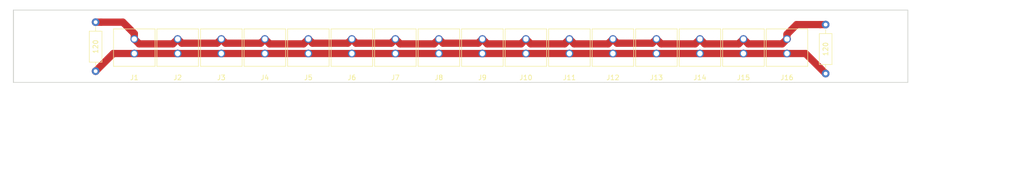
<source format=kicad_pcb>
(kicad_pcb (version 20171130) (host pcbnew "(2018-02-08 revision b04b1dc)-master")

  (general
    (thickness 1.6)
    (drawings 6)
    (tracks 87)
    (zones 0)
    (modules 24)
    (nets 3)
  )

  (page A4)
  (title_block
    (title "CAN Bus Hub 16")
    (date 2018-02-10)
    (rev 1)
  )

  (layers
    (0 F.Cu signal)
    (31 B.Cu signal)
    (32 B.Adhes user)
    (33 F.Adhes user)
    (34 B.Paste user)
    (35 F.Paste user)
    (36 B.SilkS user)
    (37 F.SilkS user)
    (38 B.Mask user)
    (39 F.Mask user)
    (40 Dwgs.User user)
    (41 Cmts.User user)
    (42 Eco1.User user)
    (43 Eco2.User user)
    (44 Edge.Cuts user)
    (45 Margin user)
    (46 B.CrtYd user)
    (47 F.CrtYd user)
    (48 B.Fab user)
    (49 F.Fab user)
  )

  (setup
    (last_trace_width 1.5)
    (trace_clearance 0.5)
    (zone_clearance 0.508)
    (zone_45_only no)
    (trace_min 0.2)
    (segment_width 0.2)
    (edge_width 0.15)
    (via_size 0.8)
    (via_drill 0.4)
    (via_min_size 0.4)
    (via_min_drill 0.3)
    (uvia_size 0.3)
    (uvia_drill 0.1)
    (uvias_allowed no)
    (uvia_min_size 0.2)
    (uvia_min_drill 0.1)
    (pcb_text_width 0.3)
    (pcb_text_size 1.5 1.5)
    (mod_edge_width 0.15)
    (mod_text_size 1 1)
    (mod_text_width 0.15)
    (pad_size 1.524 1.524)
    (pad_drill 0.762)
    (pad_to_mask_clearance 0.2)
    (aux_axis_origin 0 0)
    (visible_elements FFFFFF7F)
    (pcbplotparams
      (layerselection 0x010fc_ffffffff)
      (usegerberextensions false)
      (usegerberattributes false)
      (usegerberadvancedattributes false)
      (creategerberjobfile false)
      (excludeedgelayer true)
      (linewidth 0.100000)
      (plotframeref false)
      (viasonmask false)
      (mode 1)
      (useauxorigin false)
      (hpglpennumber 1)
      (hpglpenspeed 20)
      (hpglpendiameter 15)
      (psnegative false)
      (psa4output false)
      (plotreference true)
      (plotvalue true)
      (plotinvisibletext false)
      (padsonsilk false)
      (subtractmaskfromsilk false)
      (outputformat 1)
      (mirror false)
      (drillshape 0)
      (scaleselection 1)
      (outputdirectory "../CAN Bus Hub 16 Gerber/"))
  )

  (net 0 "")
  (net 1 "Net-(J1-Pad2)")
  (net 2 "Net-(J1-Pad1)")

  (net_class Default "This is the default net class."
    (clearance 0.5)
    (trace_width 1.5)
    (via_dia 0.8)
    (via_drill 0.4)
    (uvia_dia 0.3)
    (uvia_drill 0.1)
    (add_net "Net-(J1-Pad1)")
    (add_net "Net-(J1-Pad2)")
  )

  (module Resistors_THT:R_Axial_DIN0207_L6.3mm_D2.5mm_P10.16mm_Horizontal (layer F.Cu) (tedit 5A7FBC52) (tstamp 5A8176A7)
    (at 223 71 270)
    (descr "Resistor, Axial_DIN0207 series, Axial, Horizontal, pin pitch=10.16mm, 0.25W = 1/4W, length*diameter=6.3*2.5mm^2, http://cdn-reichelt.de/documents/datenblatt/B400/1_4W%23YAG.pdf")
    (tags "Resistor Axial_DIN0207 series Axial Horizontal pin pitch 10.16mm 0.25W = 1/4W length 6.3mm diameter 2.5mm")
    (path /5A8087FE)
    (fp_text reference R2 (at 5.08 -2.31 270) (layer F.SilkS) hide
      (effects (font (size 1 1) (thickness 0.15)))
    )
    (fp_text value 120 (at 5.08 0 270) (layer F.SilkS)
      (effects (font (size 1 1) (thickness 0.15)))
    )
    (fp_line (start 1.93 -1.25) (end 1.93 1.25) (layer F.Fab) (width 0.1))
    (fp_line (start 1.93 1.25) (end 8.23 1.25) (layer F.Fab) (width 0.1))
    (fp_line (start 8.23 1.25) (end 8.23 -1.25) (layer F.Fab) (width 0.1))
    (fp_line (start 8.23 -1.25) (end 1.93 -1.25) (layer F.Fab) (width 0.1))
    (fp_line (start 0 0) (end 1.93 0) (layer F.Fab) (width 0.1))
    (fp_line (start 10.16 0) (end 8.23 0) (layer F.Fab) (width 0.1))
    (fp_line (start 1.87 -1.31) (end 1.87 1.31) (layer F.SilkS) (width 0.12))
    (fp_line (start 1.87 1.31) (end 8.29 1.31) (layer F.SilkS) (width 0.12))
    (fp_line (start 8.29 1.31) (end 8.29 -1.31) (layer F.SilkS) (width 0.12))
    (fp_line (start 8.29 -1.31) (end 1.87 -1.31) (layer F.SilkS) (width 0.12))
    (fp_line (start 0.98 0) (end 1.87 0) (layer F.SilkS) (width 0.12))
    (fp_line (start 9.18 0) (end 8.29 0) (layer F.SilkS) (width 0.12))
    (fp_line (start -1.05 -1.6) (end -1.05 1.6) (layer F.CrtYd) (width 0.05))
    (fp_line (start -1.05 1.6) (end 11.25 1.6) (layer F.CrtYd) (width 0.05))
    (fp_line (start 11.25 1.6) (end 11.25 -1.6) (layer F.CrtYd) (width 0.05))
    (fp_line (start 11.25 -1.6) (end -1.05 -1.6) (layer F.CrtYd) (width 0.05))
    (pad 1 thru_hole circle (at 0 0 270) (size 1.6 1.6) (drill 0.8) (layers *.Cu *.Mask)
      (net 1 "Net-(J1-Pad2)"))
    (pad 2 thru_hole oval (at 10.16 0 270) (size 1.6 1.6) (drill 0.8) (layers *.Cu *.Mask)
      (net 2 "Net-(J1-Pad1)"))
    (model ${KISYS3DMOD}/Resistors_THT.3dshapes/R_Axial_DIN0207_L6.3mm_D2.5mm_P10.16mm_Horizontal.wrl
      (at (xyz 0 0 0))
      (scale (xyz 0.393701 0.393701 0.393701))
      (rotate (xyz 0 0 0))
    )
  )

  (module Connectors_Molex:Molex_Microfit3_Header_02x01_Straight_43045-0228 (layer F.Cu) (tedit 55B722EF) (tstamp 5A807F6B)
    (at 80 77)
    (descr "Microfit3 Header Straight 02x01 43045-0228")
    (tags "connector Microfit 02x01 header straight 3mm")
    (path /5A7F9FC2)
    (fp_text reference J1 (at 0 5) (layer F.SilkS)
      (effects (font (size 1 1) (thickness 0.15)))
    )
    (fp_text value Conn_01x02 (at 0 -7) (layer F.Fab)
      (effects (font (size 1 1) (thickness 0.15)))
    )
    (fp_line (start 4.3 -5.1) (end -4.3 -5.1) (layer F.SilkS) (width 0.12))
    (fp_line (start 4.3 2.65) (end -4.3 2.65) (layer F.SilkS) (width 0.12))
    (fp_line (start -4.3 2.65) (end -4.3 -5.1) (layer F.SilkS) (width 0.12))
    (fp_line (start 4.3 2.65) (end 4.3 -5.1) (layer F.SilkS) (width 0.12))
    (fp_line (start 4.5 -5.3) (end -4.5 -5.3) (layer F.CrtYd) (width 0.05))
    (fp_line (start -4.5 2.85) (end -4.5 -5.3) (layer F.CrtYd) (width 0.05))
    (fp_line (start 4.5 2.85) (end -4.5 2.85) (layer F.CrtYd) (width 0.05))
    (fp_line (start 4.5 2.85) (end 4.5 -5.3) (layer F.CrtYd) (width 0.05))
    (pad "" np_thru_hole circle (at 3 -3.94) (size 1.1 1.1) (drill 1.1) (layers *.Cu *.Mask))
    (pad 2 thru_hole circle (at 0 -3) (size 1.6 1.6) (drill 1.1) (layers *.Cu *.Mask)
      (net 1 "Net-(J1-Pad2)"))
    (pad 1 thru_hole circle (at 0 0) (size 1.6 1.6) (drill 1.1) (layers *.Cu *.Mask)
      (net 2 "Net-(J1-Pad1)"))
    (pad "" np_thru_hole circle (at -3 -4) (size 1.1 1.1) (drill 1.1) (layers *.Cu *.Mask))
    (model ${KISYS3DMOD}/Connectors_Molex.3dshapes/Molex_Microfit3_Header_02x01_Straight_43045-0228.wrl
      (at (xyz 0 0 0))
      (scale (xyz 1 1 1))
      (rotate (xyz 0 0 0))
    )
  )

  (module Connectors_Molex:Molex_Microfit3_Header_02x01_Straight_43045-0228 (layer F.Cu) (tedit 55B722EF) (tstamp 5A807F7B)
    (at 88.97 77)
    (descr "Microfit3 Header Straight 02x01 43045-0228")
    (tags "connector Microfit 02x01 header straight 3mm")
    (path /5A7FDEC4)
    (fp_text reference J2 (at 0 5) (layer F.SilkS)
      (effects (font (size 1 1) (thickness 0.15)))
    )
    (fp_text value Conn_01x02 (at 0 -7) (layer F.Fab)
      (effects (font (size 1 1) (thickness 0.15)))
    )
    (fp_line (start 4.5 2.85) (end 4.5 -5.3) (layer F.CrtYd) (width 0.05))
    (fp_line (start 4.5 2.85) (end -4.5 2.85) (layer F.CrtYd) (width 0.05))
    (fp_line (start -4.5 2.85) (end -4.5 -5.3) (layer F.CrtYd) (width 0.05))
    (fp_line (start 4.5 -5.3) (end -4.5 -5.3) (layer F.CrtYd) (width 0.05))
    (fp_line (start 4.3 2.65) (end 4.3 -5.1) (layer F.SilkS) (width 0.12))
    (fp_line (start -4.3 2.65) (end -4.3 -5.1) (layer F.SilkS) (width 0.12))
    (fp_line (start 4.3 2.65) (end -4.3 2.65) (layer F.SilkS) (width 0.12))
    (fp_line (start 4.3 -5.1) (end -4.3 -5.1) (layer F.SilkS) (width 0.12))
    (pad "" np_thru_hole circle (at -3 -4) (size 1.1 1.1) (drill 1.1) (layers *.Cu *.Mask))
    (pad 1 thru_hole circle (at 0 0) (size 1.6 1.6) (drill 1.1) (layers *.Cu *.Mask)
      (net 2 "Net-(J1-Pad1)"))
    (pad 2 thru_hole circle (at 0 -3) (size 1.6 1.6) (drill 1.1) (layers *.Cu *.Mask)
      (net 1 "Net-(J1-Pad2)"))
    (pad "" np_thru_hole circle (at 3 -3.94) (size 1.1 1.1) (drill 1.1) (layers *.Cu *.Mask))
    (model ${KISYS3DMOD}/Connectors_Molex.3dshapes/Molex_Microfit3_Header_02x01_Straight_43045-0228.wrl
      (at (xyz 0 0 0))
      (scale (xyz 1 1 1))
      (rotate (xyz 0 0 0))
    )
  )

  (module Connectors_Molex:Molex_Microfit3_Header_02x01_Straight_43045-0228 (layer F.Cu) (tedit 55B722EF) (tstamp 5A807F8B)
    (at 98 77)
    (descr "Microfit3 Header Straight 02x01 43045-0228")
    (tags "connector Microfit 02x01 header straight 3mm")
    (path /5A7FDEF8)
    (fp_text reference J3 (at 0 5) (layer F.SilkS)
      (effects (font (size 1 1) (thickness 0.15)))
    )
    (fp_text value Conn_01x02 (at 0 -7) (layer F.Fab)
      (effects (font (size 1 1) (thickness 0.15)))
    )
    (fp_line (start 4.3 -5.1) (end -4.3 -5.1) (layer F.SilkS) (width 0.12))
    (fp_line (start 4.3 2.65) (end -4.3 2.65) (layer F.SilkS) (width 0.12))
    (fp_line (start -4.3 2.65) (end -4.3 -5.1) (layer F.SilkS) (width 0.12))
    (fp_line (start 4.3 2.65) (end 4.3 -5.1) (layer F.SilkS) (width 0.12))
    (fp_line (start 4.5 -5.3) (end -4.5 -5.3) (layer F.CrtYd) (width 0.05))
    (fp_line (start -4.5 2.85) (end -4.5 -5.3) (layer F.CrtYd) (width 0.05))
    (fp_line (start 4.5 2.85) (end -4.5 2.85) (layer F.CrtYd) (width 0.05))
    (fp_line (start 4.5 2.85) (end 4.5 -5.3) (layer F.CrtYd) (width 0.05))
    (pad "" np_thru_hole circle (at 3 -3.94) (size 1.1 1.1) (drill 1.1) (layers *.Cu *.Mask))
    (pad 2 thru_hole circle (at 0 -3) (size 1.6 1.6) (drill 1.1) (layers *.Cu *.Mask)
      (net 1 "Net-(J1-Pad2)"))
    (pad 1 thru_hole circle (at 0 0) (size 1.6 1.6) (drill 1.1) (layers *.Cu *.Mask)
      (net 2 "Net-(J1-Pad1)"))
    (pad "" np_thru_hole circle (at -3 -4) (size 1.1 1.1) (drill 1.1) (layers *.Cu *.Mask))
    (model ${KISYS3DMOD}/Connectors_Molex.3dshapes/Molex_Microfit3_Header_02x01_Straight_43045-0228.wrl
      (at (xyz 0 0 0))
      (scale (xyz 1 1 1))
      (rotate (xyz 0 0 0))
    )
  )

  (module Connectors_Molex:Molex_Microfit3_Header_02x01_Straight_43045-0228 (layer F.Cu) (tedit 55B722EF) (tstamp 5A807F9B)
    (at 107 77)
    (descr "Microfit3 Header Straight 02x01 43045-0228")
    (tags "connector Microfit 02x01 header straight 3mm")
    (path /5A7FDF51)
    (fp_text reference J4 (at 0 5) (layer F.SilkS)
      (effects (font (size 1 1) (thickness 0.15)))
    )
    (fp_text value Conn_01x02 (at 0 -7) (layer F.Fab)
      (effects (font (size 1 1) (thickness 0.15)))
    )
    (fp_line (start 4.5 2.85) (end 4.5 -5.3) (layer F.CrtYd) (width 0.05))
    (fp_line (start 4.5 2.85) (end -4.5 2.85) (layer F.CrtYd) (width 0.05))
    (fp_line (start -4.5 2.85) (end -4.5 -5.3) (layer F.CrtYd) (width 0.05))
    (fp_line (start 4.5 -5.3) (end -4.5 -5.3) (layer F.CrtYd) (width 0.05))
    (fp_line (start 4.3 2.65) (end 4.3 -5.1) (layer F.SilkS) (width 0.12))
    (fp_line (start -4.3 2.65) (end -4.3 -5.1) (layer F.SilkS) (width 0.12))
    (fp_line (start 4.3 2.65) (end -4.3 2.65) (layer F.SilkS) (width 0.12))
    (fp_line (start 4.3 -5.1) (end -4.3 -5.1) (layer F.SilkS) (width 0.12))
    (pad "" np_thru_hole circle (at -3 -4) (size 1.1 1.1) (drill 1.1) (layers *.Cu *.Mask))
    (pad 1 thru_hole circle (at 0 0) (size 1.6 1.6) (drill 1.1) (layers *.Cu *.Mask)
      (net 2 "Net-(J1-Pad1)"))
    (pad 2 thru_hole circle (at 0 -3) (size 1.6 1.6) (drill 1.1) (layers *.Cu *.Mask)
      (net 1 "Net-(J1-Pad2)"))
    (pad "" np_thru_hole circle (at 3 -3.94) (size 1.1 1.1) (drill 1.1) (layers *.Cu *.Mask))
    (model ${KISYS3DMOD}/Connectors_Molex.3dshapes/Molex_Microfit3_Header_02x01_Straight_43045-0228.wrl
      (at (xyz 0 0 0))
      (scale (xyz 1 1 1))
      (rotate (xyz 0 0 0))
    )
  )

  (module Connectors_Molex:Molex_Microfit3_Header_02x01_Straight_43045-0228 (layer F.Cu) (tedit 55B722EF) (tstamp 5A807FAB)
    (at 116 77)
    (descr "Microfit3 Header Straight 02x01 43045-0228")
    (tags "connector Microfit 02x01 header straight 3mm")
    (path /5A7FDFD6)
    (fp_text reference J5 (at 0 5) (layer F.SilkS)
      (effects (font (size 1 1) (thickness 0.15)))
    )
    (fp_text value Conn_01x02 (at 0 -7) (layer F.Fab)
      (effects (font (size 1 1) (thickness 0.15)))
    )
    (fp_line (start 4.3 -5.1) (end -4.3 -5.1) (layer F.SilkS) (width 0.12))
    (fp_line (start 4.3 2.65) (end -4.3 2.65) (layer F.SilkS) (width 0.12))
    (fp_line (start -4.3 2.65) (end -4.3 -5.1) (layer F.SilkS) (width 0.12))
    (fp_line (start 4.3 2.65) (end 4.3 -5.1) (layer F.SilkS) (width 0.12))
    (fp_line (start 4.5 -5.3) (end -4.5 -5.3) (layer F.CrtYd) (width 0.05))
    (fp_line (start -4.5 2.85) (end -4.5 -5.3) (layer F.CrtYd) (width 0.05))
    (fp_line (start 4.5 2.85) (end -4.5 2.85) (layer F.CrtYd) (width 0.05))
    (fp_line (start 4.5 2.85) (end 4.5 -5.3) (layer F.CrtYd) (width 0.05))
    (pad "" np_thru_hole circle (at 3 -3.94) (size 1.1 1.1) (drill 1.1) (layers *.Cu *.Mask))
    (pad 2 thru_hole circle (at 0 -3) (size 1.6 1.6) (drill 1.1) (layers *.Cu *.Mask)
      (net 1 "Net-(J1-Pad2)"))
    (pad 1 thru_hole circle (at 0 0) (size 1.6 1.6) (drill 1.1) (layers *.Cu *.Mask)
      (net 2 "Net-(J1-Pad1)"))
    (pad "" np_thru_hole circle (at -3 -4) (size 1.1 1.1) (drill 1.1) (layers *.Cu *.Mask))
    (model ${KISYS3DMOD}/Connectors_Molex.3dshapes/Molex_Microfit3_Header_02x01_Straight_43045-0228.wrl
      (at (xyz 0 0 0))
      (scale (xyz 1 1 1))
      (rotate (xyz 0 0 0))
    )
  )

  (module Connectors_Molex:Molex_Microfit3_Header_02x01_Straight_43045-0228 (layer F.Cu) (tedit 55B722EF) (tstamp 5A807FBB)
    (at 125 77)
    (descr "Microfit3 Header Straight 02x01 43045-0228")
    (tags "connector Microfit 02x01 header straight 3mm")
    (path /5A7FE09E)
    (fp_text reference J6 (at 0 5) (layer F.SilkS)
      (effects (font (size 1 1) (thickness 0.15)))
    )
    (fp_text value Conn_01x02 (at 0 -7) (layer F.Fab)
      (effects (font (size 1 1) (thickness 0.15)))
    )
    (fp_line (start 4.5 2.85) (end 4.5 -5.3) (layer F.CrtYd) (width 0.05))
    (fp_line (start 4.5 2.85) (end -4.5 2.85) (layer F.CrtYd) (width 0.05))
    (fp_line (start -4.5 2.85) (end -4.5 -5.3) (layer F.CrtYd) (width 0.05))
    (fp_line (start 4.5 -5.3) (end -4.5 -5.3) (layer F.CrtYd) (width 0.05))
    (fp_line (start 4.3 2.65) (end 4.3 -5.1) (layer F.SilkS) (width 0.12))
    (fp_line (start -4.3 2.65) (end -4.3 -5.1) (layer F.SilkS) (width 0.12))
    (fp_line (start 4.3 2.65) (end -4.3 2.65) (layer F.SilkS) (width 0.12))
    (fp_line (start 4.3 -5.1) (end -4.3 -5.1) (layer F.SilkS) (width 0.12))
    (pad "" np_thru_hole circle (at -3 -4) (size 1.1 1.1) (drill 1.1) (layers *.Cu *.Mask))
    (pad 1 thru_hole circle (at 0 0) (size 1.6 1.6) (drill 1.1) (layers *.Cu *.Mask)
      (net 2 "Net-(J1-Pad1)"))
    (pad 2 thru_hole circle (at 0 -3) (size 1.6 1.6) (drill 1.1) (layers *.Cu *.Mask)
      (net 1 "Net-(J1-Pad2)"))
    (pad "" np_thru_hole circle (at 3 -3.94) (size 1.1 1.1) (drill 1.1) (layers *.Cu *.Mask))
    (model ${KISYS3DMOD}/Connectors_Molex.3dshapes/Molex_Microfit3_Header_02x01_Straight_43045-0228.wrl
      (at (xyz 0 0 0))
      (scale (xyz 1 1 1))
      (rotate (xyz 0 0 0))
    )
  )

  (module Connectors_Molex:Molex_Microfit3_Header_02x01_Straight_43045-0228 (layer F.Cu) (tedit 55B722EF) (tstamp 5A807FCB)
    (at 134 77)
    (descr "Microfit3 Header Straight 02x01 43045-0228")
    (tags "connector Microfit 02x01 header straight 3mm")
    (path /5A7FE1E7)
    (fp_text reference J7 (at 0 5) (layer F.SilkS)
      (effects (font (size 1 1) (thickness 0.15)))
    )
    (fp_text value Conn_01x02 (at 0 -7) (layer F.Fab)
      (effects (font (size 1 1) (thickness 0.15)))
    )
    (fp_line (start 4.3 -5.1) (end -4.3 -5.1) (layer F.SilkS) (width 0.12))
    (fp_line (start 4.3 2.65) (end -4.3 2.65) (layer F.SilkS) (width 0.12))
    (fp_line (start -4.3 2.65) (end -4.3 -5.1) (layer F.SilkS) (width 0.12))
    (fp_line (start 4.3 2.65) (end 4.3 -5.1) (layer F.SilkS) (width 0.12))
    (fp_line (start 4.5 -5.3) (end -4.5 -5.3) (layer F.CrtYd) (width 0.05))
    (fp_line (start -4.5 2.85) (end -4.5 -5.3) (layer F.CrtYd) (width 0.05))
    (fp_line (start 4.5 2.85) (end -4.5 2.85) (layer F.CrtYd) (width 0.05))
    (fp_line (start 4.5 2.85) (end 4.5 -5.3) (layer F.CrtYd) (width 0.05))
    (pad "" np_thru_hole circle (at 3 -3.94) (size 1.1 1.1) (drill 1.1) (layers *.Cu *.Mask))
    (pad 2 thru_hole circle (at 0 -3) (size 1.6 1.6) (drill 1.1) (layers *.Cu *.Mask)
      (net 1 "Net-(J1-Pad2)"))
    (pad 1 thru_hole circle (at 0 0) (size 1.6 1.6) (drill 1.1) (layers *.Cu *.Mask)
      (net 2 "Net-(J1-Pad1)"))
    (pad "" np_thru_hole circle (at -3 -4) (size 1.1 1.1) (drill 1.1) (layers *.Cu *.Mask))
    (model ${KISYS3DMOD}/Connectors_Molex.3dshapes/Molex_Microfit3_Header_02x01_Straight_43045-0228.wrl
      (at (xyz 0 0 0))
      (scale (xyz 1 1 1))
      (rotate (xyz 0 0 0))
    )
  )

  (module Connectors_Molex:Molex_Microfit3_Header_02x01_Straight_43045-0228 (layer F.Cu) (tedit 55B722EF) (tstamp 5A807FDB)
    (at 143 77)
    (descr "Microfit3 Header Straight 02x01 43045-0228")
    (tags "connector Microfit 02x01 header straight 3mm")
    (path /5A7FE360)
    (fp_text reference J8 (at 0 5) (layer F.SilkS)
      (effects (font (size 1 1) (thickness 0.15)))
    )
    (fp_text value Conn_01x02 (at 0 -7) (layer F.Fab)
      (effects (font (size 1 1) (thickness 0.15)))
    )
    (fp_line (start 4.5 2.85) (end 4.5 -5.3) (layer F.CrtYd) (width 0.05))
    (fp_line (start 4.5 2.85) (end -4.5 2.85) (layer F.CrtYd) (width 0.05))
    (fp_line (start -4.5 2.85) (end -4.5 -5.3) (layer F.CrtYd) (width 0.05))
    (fp_line (start 4.5 -5.3) (end -4.5 -5.3) (layer F.CrtYd) (width 0.05))
    (fp_line (start 4.3 2.65) (end 4.3 -5.1) (layer F.SilkS) (width 0.12))
    (fp_line (start -4.3 2.65) (end -4.3 -5.1) (layer F.SilkS) (width 0.12))
    (fp_line (start 4.3 2.65) (end -4.3 2.65) (layer F.SilkS) (width 0.12))
    (fp_line (start 4.3 -5.1) (end -4.3 -5.1) (layer F.SilkS) (width 0.12))
    (pad "" np_thru_hole circle (at -3 -4) (size 1.1 1.1) (drill 1.1) (layers *.Cu *.Mask))
    (pad 1 thru_hole circle (at 0 0) (size 1.6 1.6) (drill 1.1) (layers *.Cu *.Mask)
      (net 2 "Net-(J1-Pad1)"))
    (pad 2 thru_hole circle (at 0 -3) (size 1.6 1.6) (drill 1.1) (layers *.Cu *.Mask)
      (net 1 "Net-(J1-Pad2)"))
    (pad "" np_thru_hole circle (at 3 -3.94) (size 1.1 1.1) (drill 1.1) (layers *.Cu *.Mask))
    (model ${KISYS3DMOD}/Connectors_Molex.3dshapes/Molex_Microfit3_Header_02x01_Straight_43045-0228.wrl
      (at (xyz 0 0 0))
      (scale (xyz 1 1 1))
      (rotate (xyz 0 0 0))
    )
  )

  (module Connectors_Molex:Molex_Microfit3_Header_02x01_Straight_43045-0228 (layer F.Cu) (tedit 55B722EF) (tstamp 5A807FEB)
    (at 152 77)
    (descr "Microfit3 Header Straight 02x01 43045-0228")
    (tags "connector Microfit 02x01 header straight 3mm")
    (path /5A7FE54F)
    (fp_text reference J9 (at 0 5) (layer F.SilkS)
      (effects (font (size 1 1) (thickness 0.15)))
    )
    (fp_text value Conn_01x02 (at 0 -7) (layer F.Fab)
      (effects (font (size 1 1) (thickness 0.15)))
    )
    (fp_line (start 4.3 -5.1) (end -4.3 -5.1) (layer F.SilkS) (width 0.12))
    (fp_line (start 4.3 2.65) (end -4.3 2.65) (layer F.SilkS) (width 0.12))
    (fp_line (start -4.3 2.65) (end -4.3 -5.1) (layer F.SilkS) (width 0.12))
    (fp_line (start 4.3 2.65) (end 4.3 -5.1) (layer F.SilkS) (width 0.12))
    (fp_line (start 4.5 -5.3) (end -4.5 -5.3) (layer F.CrtYd) (width 0.05))
    (fp_line (start -4.5 2.85) (end -4.5 -5.3) (layer F.CrtYd) (width 0.05))
    (fp_line (start 4.5 2.85) (end -4.5 2.85) (layer F.CrtYd) (width 0.05))
    (fp_line (start 4.5 2.85) (end 4.5 -5.3) (layer F.CrtYd) (width 0.05))
    (pad "" np_thru_hole circle (at 3 -3.94) (size 1.1 1.1) (drill 1.1) (layers *.Cu *.Mask))
    (pad 2 thru_hole circle (at 0 -3) (size 1.6 1.6) (drill 1.1) (layers *.Cu *.Mask)
      (net 1 "Net-(J1-Pad2)"))
    (pad 1 thru_hole circle (at 0 0) (size 1.6 1.6) (drill 1.1) (layers *.Cu *.Mask)
      (net 2 "Net-(J1-Pad1)"))
    (pad "" np_thru_hole circle (at -3 -4) (size 1.1 1.1) (drill 1.1) (layers *.Cu *.Mask))
    (model ${KISYS3DMOD}/Connectors_Molex.3dshapes/Molex_Microfit3_Header_02x01_Straight_43045-0228.wrl
      (at (xyz 0 0 0))
      (scale (xyz 1 1 1))
      (rotate (xyz 0 0 0))
    )
  )

  (module Connectors_Molex:Molex_Microfit3_Header_02x01_Straight_43045-0228 (layer F.Cu) (tedit 55B722EF) (tstamp 5A807FFB)
    (at 161 77)
    (descr "Microfit3 Header Straight 02x01 43045-0228")
    (tags "connector Microfit 02x01 header straight 3mm")
    (path /5A7FE7C3)
    (fp_text reference J10 (at 0 5) (layer F.SilkS)
      (effects (font (size 1 1) (thickness 0.15)))
    )
    (fp_text value Conn_01x02 (at 0 -7) (layer F.Fab)
      (effects (font (size 1 1) (thickness 0.15)))
    )
    (fp_line (start 4.5 2.85) (end 4.5 -5.3) (layer F.CrtYd) (width 0.05))
    (fp_line (start 4.5 2.85) (end -4.5 2.85) (layer F.CrtYd) (width 0.05))
    (fp_line (start -4.5 2.85) (end -4.5 -5.3) (layer F.CrtYd) (width 0.05))
    (fp_line (start 4.5 -5.3) (end -4.5 -5.3) (layer F.CrtYd) (width 0.05))
    (fp_line (start 4.3 2.65) (end 4.3 -5.1) (layer F.SilkS) (width 0.12))
    (fp_line (start -4.3 2.65) (end -4.3 -5.1) (layer F.SilkS) (width 0.12))
    (fp_line (start 4.3 2.65) (end -4.3 2.65) (layer F.SilkS) (width 0.12))
    (fp_line (start 4.3 -5.1) (end -4.3 -5.1) (layer F.SilkS) (width 0.12))
    (pad "" np_thru_hole circle (at -3 -4) (size 1.1 1.1) (drill 1.1) (layers *.Cu *.Mask))
    (pad 1 thru_hole circle (at 0 0) (size 1.6 1.6) (drill 1.1) (layers *.Cu *.Mask)
      (net 2 "Net-(J1-Pad1)"))
    (pad 2 thru_hole circle (at 0 -3) (size 1.6 1.6) (drill 1.1) (layers *.Cu *.Mask)
      (net 1 "Net-(J1-Pad2)"))
    (pad "" np_thru_hole circle (at 3 -3.94) (size 1.1 1.1) (drill 1.1) (layers *.Cu *.Mask))
    (model ${KISYS3DMOD}/Connectors_Molex.3dshapes/Molex_Microfit3_Header_02x01_Straight_43045-0228.wrl
      (at (xyz 0 0 0))
      (scale (xyz 1 1 1))
      (rotate (xyz 0 0 0))
    )
  )

  (module Connectors_Molex:Molex_Microfit3_Header_02x01_Straight_43045-0228 (layer F.Cu) (tedit 55B722EF) (tstamp 5A80800B)
    (at 170 77)
    (descr "Microfit3 Header Straight 02x01 43045-0228")
    (tags "connector Microfit 02x01 header straight 3mm")
    (path /5A7FEABB)
    (fp_text reference J11 (at 0 5) (layer F.SilkS)
      (effects (font (size 1 1) (thickness 0.15)))
    )
    (fp_text value Conn_01x02 (at 0 -7) (layer F.Fab)
      (effects (font (size 1 1) (thickness 0.15)))
    )
    (fp_line (start 4.3 -5.1) (end -4.3 -5.1) (layer F.SilkS) (width 0.12))
    (fp_line (start 4.3 2.65) (end -4.3 2.65) (layer F.SilkS) (width 0.12))
    (fp_line (start -4.3 2.65) (end -4.3 -5.1) (layer F.SilkS) (width 0.12))
    (fp_line (start 4.3 2.65) (end 4.3 -5.1) (layer F.SilkS) (width 0.12))
    (fp_line (start 4.5 -5.3) (end -4.5 -5.3) (layer F.CrtYd) (width 0.05))
    (fp_line (start -4.5 2.85) (end -4.5 -5.3) (layer F.CrtYd) (width 0.05))
    (fp_line (start 4.5 2.85) (end -4.5 2.85) (layer F.CrtYd) (width 0.05))
    (fp_line (start 4.5 2.85) (end 4.5 -5.3) (layer F.CrtYd) (width 0.05))
    (pad "" np_thru_hole circle (at 3 -3.94) (size 1.1 1.1) (drill 1.1) (layers *.Cu *.Mask))
    (pad 2 thru_hole circle (at 0 -3) (size 1.6 1.6) (drill 1.1) (layers *.Cu *.Mask)
      (net 1 "Net-(J1-Pad2)"))
    (pad 1 thru_hole circle (at 0 0) (size 1.6 1.6) (drill 1.1) (layers *.Cu *.Mask)
      (net 2 "Net-(J1-Pad1)"))
    (pad "" np_thru_hole circle (at -3 -4) (size 1.1 1.1) (drill 1.1) (layers *.Cu *.Mask))
    (model ${KISYS3DMOD}/Connectors_Molex.3dshapes/Molex_Microfit3_Header_02x01_Straight_43045-0228.wrl
      (at (xyz 0 0 0))
      (scale (xyz 1 1 1))
      (rotate (xyz 0 0 0))
    )
  )

  (module Connectors_Molex:Molex_Microfit3_Header_02x01_Straight_43045-0228 (layer F.Cu) (tedit 55B722EF) (tstamp 5A80C178)
    (at 179 77)
    (descr "Microfit3 Header Straight 02x01 43045-0228")
    (tags "connector Microfit 02x01 header straight 3mm")
    (path /5A7FEE5F)
    (fp_text reference J12 (at 0 5) (layer F.SilkS)
      (effects (font (size 1 1) (thickness 0.15)))
    )
    (fp_text value Conn_01x02 (at 0 -7) (layer F.Fab)
      (effects (font (size 1 1) (thickness 0.15)))
    )
    (fp_line (start 4.3 -5.1) (end -4.3 -5.1) (layer F.SilkS) (width 0.12))
    (fp_line (start 4.3 2.65) (end -4.3 2.65) (layer F.SilkS) (width 0.12))
    (fp_line (start -4.3 2.65) (end -4.3 -5.1) (layer F.SilkS) (width 0.12))
    (fp_line (start 4.3 2.65) (end 4.3 -5.1) (layer F.SilkS) (width 0.12))
    (fp_line (start 4.5 -5.3) (end -4.5 -5.3) (layer F.CrtYd) (width 0.05))
    (fp_line (start -4.5 2.85) (end -4.5 -5.3) (layer F.CrtYd) (width 0.05))
    (fp_line (start 4.5 2.85) (end -4.5 2.85) (layer F.CrtYd) (width 0.05))
    (fp_line (start 4.5 2.85) (end 4.5 -5.3) (layer F.CrtYd) (width 0.05))
    (pad "" np_thru_hole circle (at 3 -3.94) (size 1.1 1.1) (drill 1.1) (layers *.Cu *.Mask))
    (pad 2 thru_hole circle (at 0 -3) (size 1.6 1.6) (drill 1.1) (layers *.Cu *.Mask)
      (net 1 "Net-(J1-Pad2)"))
    (pad 1 thru_hole circle (at 0 0) (size 1.6 1.6) (drill 1.1) (layers *.Cu *.Mask)
      (net 2 "Net-(J1-Pad1)"))
    (pad "" np_thru_hole circle (at -3 -4) (size 1.1 1.1) (drill 1.1) (layers *.Cu *.Mask))
    (model ${KISYS3DMOD}/Connectors_Molex.3dshapes/Molex_Microfit3_Header_02x01_Straight_43045-0228.wrl
      (at (xyz 0 0 0))
      (scale (xyz 1 1 1))
      (rotate (xyz 0 0 0))
    )
  )

  (module Connectors_Molex:Molex_Microfit3_Header_02x01_Straight_43045-0228 (layer F.Cu) (tedit 55B722EF) (tstamp 5A81762B)
    (at 188 77)
    (descr "Microfit3 Header Straight 02x01 43045-0228")
    (tags "connector Microfit 02x01 header straight 3mm")
    (path /5A802F3F)
    (fp_text reference J13 (at 0 5) (layer F.SilkS)
      (effects (font (size 1 1) (thickness 0.15)))
    )
    (fp_text value Conn_01x02 (at 0 -7) (layer F.Fab)
      (effects (font (size 1 1) (thickness 0.15)))
    )
    (fp_line (start 4.3 -5.1) (end -4.3 -5.1) (layer F.SilkS) (width 0.12))
    (fp_line (start 4.3 2.65) (end -4.3 2.65) (layer F.SilkS) (width 0.12))
    (fp_line (start -4.3 2.65) (end -4.3 -5.1) (layer F.SilkS) (width 0.12))
    (fp_line (start 4.3 2.65) (end 4.3 -5.1) (layer F.SilkS) (width 0.12))
    (fp_line (start 4.5 -5.3) (end -4.5 -5.3) (layer F.CrtYd) (width 0.05))
    (fp_line (start -4.5 2.85) (end -4.5 -5.3) (layer F.CrtYd) (width 0.05))
    (fp_line (start 4.5 2.85) (end -4.5 2.85) (layer F.CrtYd) (width 0.05))
    (fp_line (start 4.5 2.85) (end 4.5 -5.3) (layer F.CrtYd) (width 0.05))
    (pad "" np_thru_hole circle (at 3 -3.94) (size 1.1 1.1) (drill 1.1) (layers *.Cu *.Mask))
    (pad 2 thru_hole circle (at 0 -3) (size 1.6 1.6) (drill 1.1) (layers *.Cu *.Mask)
      (net 1 "Net-(J1-Pad2)"))
    (pad 1 thru_hole circle (at 0 0) (size 1.6 1.6) (drill 1.1) (layers *.Cu *.Mask)
      (net 2 "Net-(J1-Pad1)"))
    (pad "" np_thru_hole circle (at -3 -4) (size 1.1 1.1) (drill 1.1) (layers *.Cu *.Mask))
    (model ${KISYS3DMOD}/Connectors_Molex.3dshapes/Molex_Microfit3_Header_02x01_Straight_43045-0228.wrl
      (at (xyz 0 0 0))
      (scale (xyz 1 1 1))
      (rotate (xyz 0 0 0))
    )
  )

  (module Connectors_Molex:Molex_Microfit3_Header_02x01_Straight_43045-0228 (layer F.Cu) (tedit 55B722EF) (tstamp 5A81763B)
    (at 197 77)
    (descr "Microfit3 Header Straight 02x01 43045-0228")
    (tags "connector Microfit 02x01 header straight 3mm")
    (path /5A802F48)
    (fp_text reference J14 (at 0 5) (layer F.SilkS)
      (effects (font (size 1 1) (thickness 0.15)))
    )
    (fp_text value Conn_01x02 (at 0 -7) (layer F.Fab)
      (effects (font (size 1 1) (thickness 0.15)))
    )
    (fp_line (start 4.5 2.85) (end 4.5 -5.3) (layer F.CrtYd) (width 0.05))
    (fp_line (start 4.5 2.85) (end -4.5 2.85) (layer F.CrtYd) (width 0.05))
    (fp_line (start -4.5 2.85) (end -4.5 -5.3) (layer F.CrtYd) (width 0.05))
    (fp_line (start 4.5 -5.3) (end -4.5 -5.3) (layer F.CrtYd) (width 0.05))
    (fp_line (start 4.3 2.65) (end 4.3 -5.1) (layer F.SilkS) (width 0.12))
    (fp_line (start -4.3 2.65) (end -4.3 -5.1) (layer F.SilkS) (width 0.12))
    (fp_line (start 4.3 2.65) (end -4.3 2.65) (layer F.SilkS) (width 0.12))
    (fp_line (start 4.3 -5.1) (end -4.3 -5.1) (layer F.SilkS) (width 0.12))
    (pad "" np_thru_hole circle (at -3 -4) (size 1.1 1.1) (drill 1.1) (layers *.Cu *.Mask))
    (pad 1 thru_hole circle (at 0 0) (size 1.6 1.6) (drill 1.1) (layers *.Cu *.Mask)
      (net 2 "Net-(J1-Pad1)"))
    (pad 2 thru_hole circle (at 0 -3) (size 1.6 1.6) (drill 1.1) (layers *.Cu *.Mask)
      (net 1 "Net-(J1-Pad2)"))
    (pad "" np_thru_hole circle (at 3 -3.94) (size 1.1 1.1) (drill 1.1) (layers *.Cu *.Mask))
    (model ${KISYS3DMOD}/Connectors_Molex.3dshapes/Molex_Microfit3_Header_02x01_Straight_43045-0228.wrl
      (at (xyz 0 0 0))
      (scale (xyz 1 1 1))
      (rotate (xyz 0 0 0))
    )
  )

  (module Connectors_Molex:Molex_Microfit3_Header_02x01_Straight_43045-0228 (layer F.Cu) (tedit 55B722EF) (tstamp 5A81764B)
    (at 206 77)
    (descr "Microfit3 Header Straight 02x01 43045-0228")
    (tags "connector Microfit 02x01 header straight 3mm")
    (path /5A802F51)
    (fp_text reference J15 (at 0 5) (layer F.SilkS)
      (effects (font (size 1 1) (thickness 0.15)))
    )
    (fp_text value Conn_01x02 (at 0 -7) (layer F.Fab)
      (effects (font (size 1 1) (thickness 0.15)))
    )
    (fp_line (start 4.3 -5.1) (end -4.3 -5.1) (layer F.SilkS) (width 0.12))
    (fp_line (start 4.3 2.65) (end -4.3 2.65) (layer F.SilkS) (width 0.12))
    (fp_line (start -4.3 2.65) (end -4.3 -5.1) (layer F.SilkS) (width 0.12))
    (fp_line (start 4.3 2.65) (end 4.3 -5.1) (layer F.SilkS) (width 0.12))
    (fp_line (start 4.5 -5.3) (end -4.5 -5.3) (layer F.CrtYd) (width 0.05))
    (fp_line (start -4.5 2.85) (end -4.5 -5.3) (layer F.CrtYd) (width 0.05))
    (fp_line (start 4.5 2.85) (end -4.5 2.85) (layer F.CrtYd) (width 0.05))
    (fp_line (start 4.5 2.85) (end 4.5 -5.3) (layer F.CrtYd) (width 0.05))
    (pad "" np_thru_hole circle (at 3 -3.94) (size 1.1 1.1) (drill 1.1) (layers *.Cu *.Mask))
    (pad 2 thru_hole circle (at 0 -3) (size 1.6 1.6) (drill 1.1) (layers *.Cu *.Mask)
      (net 1 "Net-(J1-Pad2)"))
    (pad 1 thru_hole circle (at 0 0) (size 1.6 1.6) (drill 1.1) (layers *.Cu *.Mask)
      (net 2 "Net-(J1-Pad1)"))
    (pad "" np_thru_hole circle (at -3 -4) (size 1.1 1.1) (drill 1.1) (layers *.Cu *.Mask))
    (model ${KISYS3DMOD}/Connectors_Molex.3dshapes/Molex_Microfit3_Header_02x01_Straight_43045-0228.wrl
      (at (xyz 0 0 0))
      (scale (xyz 1 1 1))
      (rotate (xyz 0 0 0))
    )
  )

  (module Connectors_Molex:Molex_Microfit3_Header_02x01_Straight_43045-0228 (layer F.Cu) (tedit 55B722EF) (tstamp 5A81765B)
    (at 215 77)
    (descr "Microfit3 Header Straight 02x01 43045-0228")
    (tags "connector Microfit 02x01 header straight 3mm")
    (path /5A802F5A)
    (fp_text reference J16 (at 0 5) (layer F.SilkS)
      (effects (font (size 1 1) (thickness 0.15)))
    )
    (fp_text value Conn_01x02 (at 0 -7) (layer F.Fab)
      (effects (font (size 1 1) (thickness 0.15)))
    )
    (fp_line (start 4.5 2.85) (end 4.5 -5.3) (layer F.CrtYd) (width 0.05))
    (fp_line (start 4.5 2.85) (end -4.5 2.85) (layer F.CrtYd) (width 0.05))
    (fp_line (start -4.5 2.85) (end -4.5 -5.3) (layer F.CrtYd) (width 0.05))
    (fp_line (start 4.5 -5.3) (end -4.5 -5.3) (layer F.CrtYd) (width 0.05))
    (fp_line (start 4.3 2.65) (end 4.3 -5.1) (layer F.SilkS) (width 0.12))
    (fp_line (start -4.3 2.65) (end -4.3 -5.1) (layer F.SilkS) (width 0.12))
    (fp_line (start 4.3 2.65) (end -4.3 2.65) (layer F.SilkS) (width 0.12))
    (fp_line (start 4.3 -5.1) (end -4.3 -5.1) (layer F.SilkS) (width 0.12))
    (pad "" np_thru_hole circle (at -3 -4) (size 1.1 1.1) (drill 1.1) (layers *.Cu *.Mask))
    (pad 1 thru_hole circle (at 0 0) (size 1.6 1.6) (drill 1.1) (layers *.Cu *.Mask)
      (net 2 "Net-(J1-Pad1)"))
    (pad 2 thru_hole circle (at 0 -3) (size 1.6 1.6) (drill 1.1) (layers *.Cu *.Mask)
      (net 1 "Net-(J1-Pad2)"))
    (pad "" np_thru_hole circle (at 3 -3.94) (size 1.1 1.1) (drill 1.1) (layers *.Cu *.Mask))
    (model ${KISYS3DMOD}/Connectors_Molex.3dshapes/Molex_Microfit3_Header_02x01_Straight_43045-0228.wrl
      (at (xyz 0 0 0))
      (scale (xyz 1 1 1))
      (rotate (xyz 0 0 0))
    )
  )

  (module Mounting_Holes:MountingHole_2.2mm_M2 (layer F.Cu) (tedit 5A7FBC36) (tstamp 5A817663)
    (at 67 71)
    (descr "Mounting Hole 2.2mm, no annular, M2")
    (tags "mounting hole 2.2mm no annular m2")
    (path /5A80D5E7)
    (attr virtual)
    (fp_text reference MK3 (at 0 -3.2) (layer F.SilkS) hide
      (effects (font (size 1 1) (thickness 0.15)))
    )
    (fp_text value Strain_Relief (at 0 -3.5) (layer F.Fab)
      (effects (font (size 1 1) (thickness 0.15)))
    )
    (fp_text user %R (at 0.3 0) (layer F.Fab)
      (effects (font (size 1 1) (thickness 0.15)))
    )
    (fp_circle (center 0 0) (end 2.2 0) (layer Cmts.User) (width 0.15))
    (fp_circle (center 0 0) (end 2.45 0) (layer F.CrtYd) (width 0.05))
    (pad 1 np_thru_hole circle (at 0 0) (size 2.2 2.2) (drill 2.2) (layers *.Cu *.Mask))
  )

  (module Mounting_Holes:MountingHole_2.2mm_M2 (layer F.Cu) (tedit 5A7FBC3B) (tstamp 5A81766B)
    (at 67 80)
    (descr "Mounting Hole 2.2mm, no annular, M2")
    (tags "mounting hole 2.2mm no annular m2")
    (path /5A80D63C)
    (attr virtual)
    (fp_text reference MK4 (at 0 -3.2) (layer F.SilkS) hide
      (effects (font (size 1 1) (thickness 0.15)))
    )
    (fp_text value Strain_Relief (at 0 4) (layer F.Fab)
      (effects (font (size 1 1) (thickness 0.15)))
    )
    (fp_circle (center 0 0) (end 2.45 0) (layer F.CrtYd) (width 0.05))
    (fp_circle (center 0 0) (end 2.2 0) (layer Cmts.User) (width 0.15))
    (fp_text user %R (at 0.3 0) (layer F.Fab)
      (effects (font (size 1 1) (thickness 0.15)))
    )
    (pad 1 np_thru_hole circle (at 0 0) (size 2.2 2.2) (drill 2.2) (layers *.Cu *.Mask))
  )

  (module Mounting_Holes:MountingHole_2.2mm_M2 (layer F.Cu) (tedit 5A7FBC45) (tstamp 5A817673)
    (at 228 71)
    (descr "Mounting Hole 2.2mm, no annular, M2")
    (tags "mounting hole 2.2mm no annular m2")
    (path /5A80D457)
    (attr virtual)
    (fp_text reference MK5 (at 0 -3.2) (layer F.SilkS) hide
      (effects (font (size 1 1) (thickness 0.15)))
    )
    (fp_text value Strain_Relief (at 0 -4.25) (layer F.Fab)
      (effects (font (size 1 1) (thickness 0.15)))
    )
    (fp_circle (center 0 0) (end 2.45 0) (layer F.CrtYd) (width 0.05))
    (fp_circle (center 0 0) (end 2.2 0) (layer Cmts.User) (width 0.15))
    (fp_text user %R (at 0.3 0) (layer F.Fab)
      (effects (font (size 1 1) (thickness 0.15)))
    )
    (pad 1 np_thru_hole circle (at 0 0) (size 2.2 2.2) (drill 2.2) (layers *.Cu *.Mask))
  )

  (module Mounting_Holes:MountingHole_2.2mm_M2 (layer F.Cu) (tedit 5A7FBC49) (tstamp 5A81767B)
    (at 228 80)
    (descr "Mounting Hole 2.2mm, no annular, M2")
    (tags "mounting hole 2.2mm no annular m2")
    (path /5A80D712)
    (attr virtual)
    (fp_text reference MK6 (at 0 -3.2) (layer F.SilkS) hide
      (effects (font (size 1 1) (thickness 0.15)))
    )
    (fp_text value Strain_Relief (at 0 4) (layer F.Fab)
      (effects (font (size 1 1) (thickness 0.15)))
    )
    (fp_text user %R (at 0.3 0) (layer F.Fab)
      (effects (font (size 1 1) (thickness 0.15)))
    )
    (fp_circle (center 0 0) (end 2.2 0) (layer Cmts.User) (width 0.15))
    (fp_circle (center 0 0) (end 2.45 0) (layer F.CrtYd) (width 0.05))
    (pad 1 np_thru_hole circle (at 0 0) (size 2.2 2.2) (drill 2.2) (layers *.Cu *.Mask))
  )

  (module Resistors_THT:R_Axial_DIN0207_L6.3mm_D2.5mm_P10.16mm_Horizontal (layer F.Cu) (tedit 5A7FBC63) (tstamp 5A817921)
    (at 72 70.5 270)
    (descr "Resistor, Axial_DIN0207 series, Axial, Horizontal, pin pitch=10.16mm, 0.25W = 1/4W, length*diameter=6.3*2.5mm^2, http://cdn-reichelt.de/documents/datenblatt/B400/1_4W%23YAG.pdf")
    (tags "Resistor Axial_DIN0207 series Axial Horizontal pin pitch 10.16mm 0.25W = 1/4W length 6.3mm diameter 2.5mm")
    (path /5A80858C)
    (fp_text reference R1 (at 5.08 -2.31 270) (layer F.SilkS) hide
      (effects (font (size 1 1) (thickness 0.15)))
    )
    (fp_text value 120 (at 5.08 0 270) (layer F.SilkS)
      (effects (font (size 1 1) (thickness 0.15)))
    )
    (fp_line (start 11.25 -1.6) (end -1.05 -1.6) (layer F.CrtYd) (width 0.05))
    (fp_line (start 11.25 1.6) (end 11.25 -1.6) (layer F.CrtYd) (width 0.05))
    (fp_line (start -1.05 1.6) (end 11.25 1.6) (layer F.CrtYd) (width 0.05))
    (fp_line (start -1.05 -1.6) (end -1.05 1.6) (layer F.CrtYd) (width 0.05))
    (fp_line (start 9.18 0) (end 8.29 0) (layer F.SilkS) (width 0.12))
    (fp_line (start 0.98 0) (end 1.87 0) (layer F.SilkS) (width 0.12))
    (fp_line (start 8.29 -1.31) (end 1.87 -1.31) (layer F.SilkS) (width 0.12))
    (fp_line (start 8.29 1.31) (end 8.29 -1.31) (layer F.SilkS) (width 0.12))
    (fp_line (start 1.87 1.31) (end 8.29 1.31) (layer F.SilkS) (width 0.12))
    (fp_line (start 1.87 -1.31) (end 1.87 1.31) (layer F.SilkS) (width 0.12))
    (fp_line (start 10.16 0) (end 8.23 0) (layer F.Fab) (width 0.1))
    (fp_line (start 0 0) (end 1.93 0) (layer F.Fab) (width 0.1))
    (fp_line (start 8.23 -1.25) (end 1.93 -1.25) (layer F.Fab) (width 0.1))
    (fp_line (start 8.23 1.25) (end 8.23 -1.25) (layer F.Fab) (width 0.1))
    (fp_line (start 1.93 1.25) (end 8.23 1.25) (layer F.Fab) (width 0.1))
    (fp_line (start 1.93 -1.25) (end 1.93 1.25) (layer F.Fab) (width 0.1))
    (pad 2 thru_hole oval (at 10.16 0 270) (size 1.6 1.6) (drill 0.8) (layers *.Cu *.Mask)
      (net 2 "Net-(J1-Pad1)"))
    (pad 1 thru_hole circle (at 0 0 270) (size 1.6 1.6) (drill 0.8) (layers *.Cu *.Mask)
      (net 1 "Net-(J1-Pad2)"))
    (model ${KISYS3DMOD}/Resistors_THT.3dshapes/R_Axial_DIN0207_L6.3mm_D2.5mm_P10.16mm_Horizontal.wrl
      (at (xyz 0 0 0))
      (scale (xyz 0.393701 0.393701 0.393701))
      (rotate (xyz 0 0 0))
    )
  )

  (module Mounting_Holes:MountingHole_4.3mm_M4 (layer F.Cu) (tedit 5A7FBC2F) (tstamp 5A81B6E4)
    (at 60 75.5)
    (descr "Mounting Hole 4.3mm, no annular, M4")
    (tags "mounting hole 4.3mm no annular m4")
    (path /5A800CD5)
    (attr virtual)
    (fp_text reference MK1 (at 0 -5.3) (layer F.SilkS) hide
      (effects (font (size 1 1) (thickness 0.15)))
    )
    (fp_text value Mounting_Hole (at -2.25 5.75) (layer F.Fab)
      (effects (font (size 1 1) (thickness 0.15)))
    )
    (fp_circle (center 0 0) (end 4.55 0) (layer F.CrtYd) (width 0.05))
    (fp_circle (center 0 0) (end 4.3 0) (layer Cmts.User) (width 0.15))
    (fp_text user %R (at 0.3 0) (layer F.Fab)
      (effects (font (size 1 1) (thickness 0.15)))
    )
    (pad 1 np_thru_hole circle (at 0 0) (size 4.3 4.3) (drill 4.3) (layers *.Cu *.Mask))
  )

  (module Mounting_Holes:MountingHole_4.3mm_M4 (layer F.Cu) (tedit 5A7FBC41) (tstamp 5A81B6EB)
    (at 235 75.5)
    (descr "Mounting Hole 4.3mm, no annular, M4")
    (tags "mounting hole 4.3mm no annular m4")
    (path /5A800F5D)
    (attr virtual)
    (fp_text reference MK2 (at 0 -5.3) (layer F.SilkS) hide
      (effects (font (size 1 1) (thickness 0.15)))
    )
    (fp_text value Mounting_Hole (at 2.5 5.75) (layer F.Fab)
      (effects (font (size 1 1) (thickness 0.15)))
    )
    (fp_text user %R (at 0.3 0) (layer F.Fab)
      (effects (font (size 1 1) (thickness 0.15)))
    )
    (fp_circle (center 0 0) (end 4.3 0) (layer Cmts.User) (width 0.15))
    (fp_circle (center 0 0) (end 4.55 0) (layer F.CrtYd) (width 0.05))
    (pad 1 np_thru_hole circle (at 0 0) (size 4.3 4.3) (drill 4.3) (layers *.Cu *.Mask))
  )

  (dimension 15 (width 0.3) (layer Dwgs.User)
    (gr_text "15.000 mm" (at 261.35 75.5 90) (layer Dwgs.User)
      (effects (font (size 1.5 1.5) (thickness 0.3)))
    )
    (feature1 (pts (xy 240 68) (xy 262.7 68)))
    (feature2 (pts (xy 240 83) (xy 262.7 83)))
    (crossbar (pts (xy 260 83) (xy 260 68)))
    (arrow1a (pts (xy 260 68) (xy 260.586421 69.126504)))
    (arrow1b (pts (xy 260 68) (xy 259.413579 69.126504)))
    (arrow2a (pts (xy 260 83) (xy 260.586421 81.873496)))
    (arrow2b (pts (xy 260 83) (xy 259.413579 81.873496)))
  )
  (dimension 185 (width 0.3) (layer Dwgs.User)
    (gr_text "185.000 mm" (at 147.5 106.35) (layer Dwgs.User)
      (effects (font (size 1.5 1.5) (thickness 0.3)))
    )
    (feature1 (pts (xy 240 83) (xy 240 107.7)))
    (feature2 (pts (xy 55 83) (xy 55 107.7)))
    (crossbar (pts (xy 55 105) (xy 240 105)))
    (arrow1a (pts (xy 240 105) (xy 238.873496 105.586421)))
    (arrow1b (pts (xy 240 105) (xy 238.873496 104.413579)))
    (arrow2a (pts (xy 55 105) (xy 56.126504 105.586421)))
    (arrow2b (pts (xy 55 105) (xy 56.126504 104.413579)))
  )
  (gr_line (start 240 83) (end 55 83) (layer Edge.Cuts) (width 0.15))
  (gr_line (start 240 68) (end 240 83) (layer Edge.Cuts) (width 0.15))
  (gr_line (start 55 68) (end 240 68) (layer Edge.Cuts) (width 0.15))
  (gr_line (start 55 68) (end 55 83) (layer Edge.Cuts) (width 0.2))

  (segment (start 215 74) (end 215 73) (width 1.5) (layer F.Cu) (net 1))
  (segment (start 215 73) (end 217 71) (width 1.5) (layer F.Cu) (net 1))
  (segment (start 217 71) (end 221.86863 71) (width 1.5) (layer F.Cu) (net 1))
  (segment (start 221.86863 71) (end 223 71) (width 1.5) (layer F.Cu) (net 1))
  (segment (start 80 74) (end 80 72.86863) (width 1.5) (layer F.Cu) (net 1))
  (segment (start 73.13137 70.5) (end 72 70.5) (width 1.5) (layer F.Cu) (net 1))
  (segment (start 80 72.86863) (end 77.63137 70.5) (width 1.5) (layer F.Cu) (net 1))
  (segment (start 77.63137 70.5) (end 73.13137 70.5) (width 1.5) (layer F.Cu) (net 1))
  (segment (start 206 74) (end 207 75) (width 1.5) (layer F.Cu) (net 1))
  (segment (start 207 75) (end 214 75) (width 1.5) (layer F.Cu) (net 1))
  (segment (start 214 75) (end 214.200001 74.799999) (width 1.5) (layer F.Cu) (net 1))
  (segment (start 214.200001 74.799999) (end 215 74) (width 1.5) (layer F.Cu) (net 1))
  (segment (start 197 74) (end 198 75) (width 1.5) (layer F.Cu) (net 1))
  (segment (start 198 75) (end 205 75) (width 1.5) (layer F.Cu) (net 1))
  (segment (start 205 75) (end 205.200001 74.799999) (width 1.5) (layer F.Cu) (net 1))
  (segment (start 205.200001 74.799999) (end 206 74) (width 1.5) (layer F.Cu) (net 1))
  (segment (start 188 74) (end 189 75) (width 1.5) (layer F.Cu) (net 1))
  (segment (start 189 75) (end 196 75) (width 1.5) (layer F.Cu) (net 1))
  (segment (start 196 75) (end 196.200001 74.799999) (width 1.5) (layer F.Cu) (net 1))
  (segment (start 196.200001 74.799999) (end 197 74) (width 1.5) (layer F.Cu) (net 1))
  (segment (start 179 74) (end 179.860001 74.860001) (width 1.5) (layer F.Cu) (net 1))
  (segment (start 179.860001 74.860001) (end 187.139999 74.860001) (width 1.5) (layer F.Cu) (net 1))
  (segment (start 187.139999 74.860001) (end 187.200001 74.799999) (width 1.5) (layer F.Cu) (net 1))
  (segment (start 187.200001 74.799999) (end 188 74) (width 1.5) (layer F.Cu) (net 1))
  (segment (start 170 74) (end 171 75) (width 1.5) (layer F.Cu) (net 1))
  (segment (start 178 75) (end 178.200001 74.799999) (width 1.5) (layer F.Cu) (net 1))
  (segment (start 178.200001 74.799999) (end 179 74) (width 1.5) (layer F.Cu) (net 1))
  (segment (start 171 75) (end 178 75) (width 1.5) (layer F.Cu) (net 1))
  (segment (start 161 74) (end 162 75) (width 1.5) (layer F.Cu) (net 1))
  (segment (start 162 75) (end 169 75) (width 1.5) (layer F.Cu) (net 1))
  (segment (start 169 75) (end 169.200001 74.799999) (width 1.5) (layer F.Cu) (net 1))
  (segment (start 169.200001 74.799999) (end 170 74) (width 1.5) (layer F.Cu) (net 1))
  (segment (start 152 74) (end 153 75) (width 1.5) (layer F.Cu) (net 1))
  (segment (start 160.200001 74.799999) (end 161 74) (width 1.5) (layer F.Cu) (net 1))
  (segment (start 153 75) (end 160 75) (width 1.5) (layer F.Cu) (net 1))
  (segment (start 160 75) (end 160.200001 74.799999) (width 1.5) (layer F.Cu) (net 1))
  (segment (start 143 74) (end 143.860001 74.860001) (width 1.5) (layer F.Cu) (net 1))
  (segment (start 143.860001 74.860001) (end 151.139999 74.860001) (width 1.5) (layer F.Cu) (net 1))
  (segment (start 151.139999 74.860001) (end 151.200001 74.799999) (width 1.5) (layer F.Cu) (net 1))
  (segment (start 151.200001 74.799999) (end 152 74) (width 1.5) (layer F.Cu) (net 1))
  (segment (start 134 74) (end 135 75) (width 1.5) (layer F.Cu) (net 1))
  (segment (start 135 75) (end 142 75) (width 1.5) (layer F.Cu) (net 1))
  (segment (start 142 75) (end 142.200001 74.799999) (width 1.5) (layer F.Cu) (net 1))
  (segment (start 142.200001 74.799999) (end 143 74) (width 1.5) (layer F.Cu) (net 1))
  (segment (start 125 74) (end 125.860001 74.860001) (width 1.5) (layer F.Cu) (net 1))
  (segment (start 125.860001 74.860001) (end 133.139999 74.860001) (width 1.5) (layer F.Cu) (net 1))
  (segment (start 133.139999 74.860001) (end 133.200001 74.799999) (width 1.5) (layer F.Cu) (net 1))
  (segment (start 133.200001 74.799999) (end 134 74) (width 1.5) (layer F.Cu) (net 1))
  (segment (start 116 74) (end 116.860001 74.860001) (width 1.5) (layer F.Cu) (net 1))
  (segment (start 116.860001 74.860001) (end 124.139999 74.860001) (width 1.5) (layer F.Cu) (net 1))
  (segment (start 124.139999 74.860001) (end 124.200001 74.799999) (width 1.5) (layer F.Cu) (net 1))
  (segment (start 124.200001 74.799999) (end 125 74) (width 1.5) (layer F.Cu) (net 1))
  (segment (start 107 74) (end 108 75) (width 1.5) (layer F.Cu) (net 1))
  (segment (start 108 75) (end 115 75) (width 1.5) (layer F.Cu) (net 1))
  (segment (start 115 75) (end 115.200001 74.799999) (width 1.5) (layer F.Cu) (net 1))
  (segment (start 115.200001 74.799999) (end 116 74) (width 1.5) (layer F.Cu) (net 1))
  (segment (start 98 74) (end 98.860001 74.860001) (width 1.5) (layer F.Cu) (net 1))
  (segment (start 98.860001 74.860001) (end 106.139999 74.860001) (width 1.5) (layer F.Cu) (net 1))
  (segment (start 106.139999 74.860001) (end 106.200001 74.799999) (width 1.5) (layer F.Cu) (net 1))
  (segment (start 106.200001 74.799999) (end 107 74) (width 1.5) (layer F.Cu) (net 1))
  (segment (start 88.97 74) (end 89.830001 74.860001) (width 1.5) (layer F.Cu) (net 1))
  (segment (start 89.830001 74.860001) (end 97.139999 74.860001) (width 1.5) (layer F.Cu) (net 1))
  (segment (start 97.139999 74.860001) (end 97.200001 74.799999) (width 1.5) (layer F.Cu) (net 1))
  (segment (start 97.200001 74.799999) (end 98 74) (width 1.5) (layer F.Cu) (net 1))
  (segment (start 80 74) (end 81 75) (width 1.5) (layer F.Cu) (net 1))
  (segment (start 81 75) (end 87.97 75) (width 1.5) (layer F.Cu) (net 1))
  (segment (start 87.97 75) (end 88.170001 74.799999) (width 1.5) (layer F.Cu) (net 1))
  (segment (start 88.170001 74.799999) (end 88.97 74) (width 1.5) (layer F.Cu) (net 1))
  (segment (start 215 77) (end 218.84 77) (width 1.5) (layer F.Cu) (net 2))
  (segment (start 218.84 77) (end 223 81.16) (width 1.5) (layer F.Cu) (net 2))
  (segment (start 80 77) (end 75.66 77) (width 1.5) (layer F.Cu) (net 2))
  (segment (start 75.66 77) (end 72 80.66) (width 1.5) (layer F.Cu) (net 2))
  (segment (start 206 77) (end 215 77) (width 1.5) (layer F.Cu) (net 2))
  (segment (start 197 77) (end 206 77) (width 1.5) (layer F.Cu) (net 2))
  (segment (start 188 77) (end 197 77) (width 1.5) (layer F.Cu) (net 2))
  (segment (start 179 77) (end 188 77) (width 1.5) (layer F.Cu) (net 2))
  (segment (start 170 77) (end 179 77) (width 1.5) (layer F.Cu) (net 2))
  (segment (start 161 77) (end 170 77) (width 1.5) (layer F.Cu) (net 2))
  (segment (start 152 77) (end 161 77) (width 1.5) (layer F.Cu) (net 2))
  (segment (start 143 77) (end 152 77) (width 1.5) (layer F.Cu) (net 2))
  (segment (start 134 77) (end 143 77) (width 1.5) (layer F.Cu) (net 2))
  (segment (start 125 77) (end 134 77) (width 1.5) (layer F.Cu) (net 2))
  (segment (start 116 77) (end 125 77) (width 1.5) (layer F.Cu) (net 2))
  (segment (start 107 77) (end 116 77) (width 1.5) (layer F.Cu) (net 2))
  (segment (start 98 77) (end 107 77) (width 1.5) (layer F.Cu) (net 2))
  (segment (start 88.97 77) (end 98 77) (width 1.5) (layer F.Cu) (net 2))
  (segment (start 80 77) (end 88.97 77) (width 1.5) (layer F.Cu) (net 2))

)

</source>
